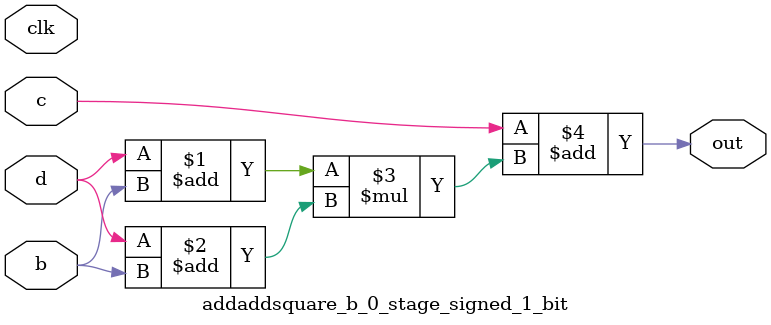
<source format=sv>
(* use_dsp = "yes" *) module addaddsquare_b_0_stage_signed_1_bit(
	input signed [0:0] b,
	input signed [0:0] c,
	input signed [0:0] d,
	output [0:0] out,
	input clk);

	assign out = c + ((d + b) * (d + b));
endmodule

</source>
